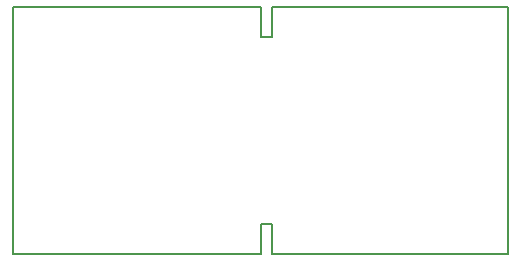
<source format=gm1>
%FSTAX25Y25*%
%MOIN*%
%SFA1B1*%

%IPPOS*%
%ADD48C,0.005040*%
%LNpcb2-1*%
%LPD*%
G54D48*
X018248Y0164764D02*
X0186417D01*
X018248Y009252D02*
Y0102657D01*
X0186417Y0092519D02*
Y0102657D01*
X018248D02*
X0186417D01*
Y0092519D02*
X0264961D01*
Y0174902*
X01Y009252D02*
X018248D01*
X01Y0175D02*
X018248D01*
X01Y009252D02*
Y0175D01*
X018248Y0164764D02*
Y0175D01*
X0186417Y0174902D02*
X0264961D01*
X0186417Y0164764D02*
Y0174902D01*
M02*
</source>
